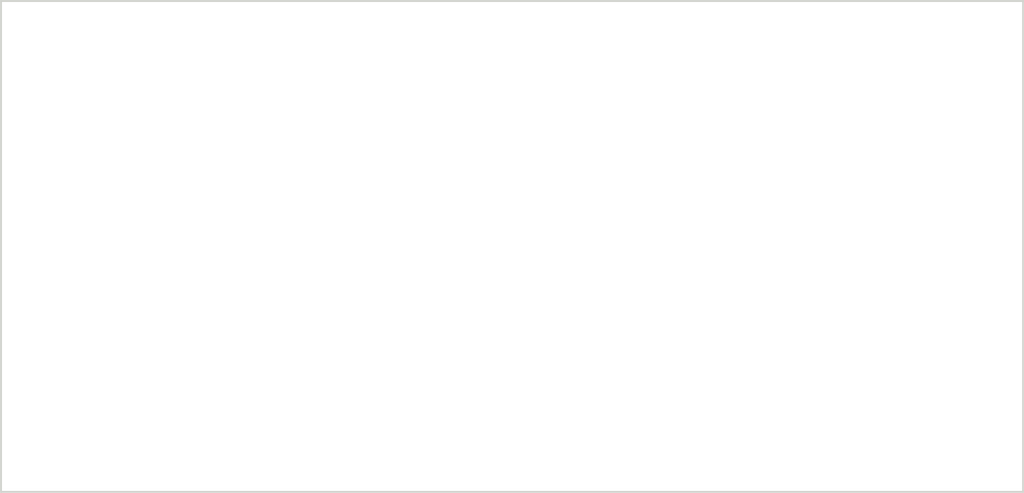
<source format=kicad_pcb>
(kicad_pcb (version 20221018) (generator pcbnew)

  (general
    (thickness 1.6)
  )

  (paper "A4")
  (layers
    (0 "F.Cu" signal)
    (31 "B.Cu" signal)
    (32 "B.Adhes" user "B.Adhesive")
    (33 "F.Adhes" user "F.Adhesive")
    (34 "B.Paste" user)
    (35 "F.Paste" user)
    (36 "B.SilkS" user "B.Silkscreen")
    (37 "F.SilkS" user "F.Silkscreen")
    (38 "B.Mask" user)
    (39 "F.Mask" user)
    (40 "Dwgs.User" user "User.Drawings")
    (41 "Cmts.User" user "User.Comments")
    (42 "Eco1.User" user "User.Eco1")
    (43 "Eco2.User" user "User.Eco2")
    (44 "Edge.Cuts" user)
    (45 "Margin" user)
    (46 "B.CrtYd" user "B.Courtyard")
    (47 "F.CrtYd" user "F.Courtyard")
    (48 "B.Fab" user)
    (49 "F.Fab" user)
    (50 "User.1" user)
    (51 "User.2" user)
    (52 "User.3" user)
    (53 "User.4" user)
    (54 "User.5" user)
    (55 "User.6" user)
    (56 "User.7" user)
    (57 "User.8" user)
    (58 "User.9" user)
  )

  (setup
    (pad_to_mask_clearance 0)
    (pcbplotparams
      (layerselection 0x00010fc_ffffffff)
      (plot_on_all_layers_selection 0x0000000_00000000)
      (disableapertmacros false)
      (usegerberextensions false)
      (usegerberattributes true)
      (usegerberadvancedattributes true)
      (creategerberjobfile true)
      (dashed_line_dash_ratio 12.000000)
      (dashed_line_gap_ratio 3.000000)
      (svgprecision 4)
      (plotframeref false)
      (viasonmask false)
      (mode 1)
      (useauxorigin false)
      (hpglpennumber 1)
      (hpglpenspeed 20)
      (hpglpendiameter 15.000000)
      (dxfpolygonmode true)
      (dxfimperialunits true)
      (dxfusepcbnewfont true)
      (psnegative false)
      (psa4output false)
      (plotreference true)
      (plotvalue true)
      (plotinvisibletext false)
      (sketchpadsonfab false)
      (subtractmaskfromsilk false)
      (outputformat 1)
      (mirror false)
      (drillshape 1)
      (scaleselection 1)
      (outputdirectory "")
    )
  )

  (net 0 "")

  (gr_line (start 112 140) (end 60 140)
    (stroke (width 0.1) (type default)) (layer "Edge.Cuts") (tstamp 3af87a3f-0a0d-4241-9127-ecfdfc2a1083))
  (gr_line (start 60 140) (end 60 115)
    (stroke (width 0.1) (type default)) (layer "Edge.Cuts") (tstamp 5efe4748-aab7-48eb-b4fb-67c6018ffd38))
  (gr_line (start 60 115) (end 112 115)
    (stroke (width 0.1) (type default)) (layer "Edge.Cuts") (tstamp e1a9676b-a28b-44e0-9ac4-12e518562f58))
  (gr_line (start 112 115) (end 112 140)
    (stroke (width 0.1) (type default)) (layer "Edge.Cuts") (tstamp e58f31cc-629a-4b76-bc6c-a1c01c8e5e04))

)

</source>
